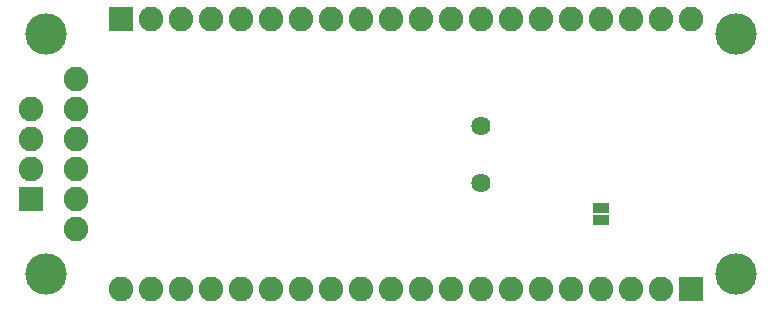
<source format=gbr>
G04 EAGLE Gerber RS-274X export*
G75*
%MOMM*%
%FSLAX34Y34*%
%LPD*%
%INSoldermask Bottom*%
%IPPOS*%
%AMOC8*
5,1,8,0,0,1.08239X$1,22.5*%
G01*
%ADD10C,1.625600*%
%ADD11R,1.473200X0.838200*%
%ADD12R,2.082800X2.082800*%
%ADD13C,2.082800*%
%ADD14C,3.505200*%


D10*
X393700Y102870D03*
X393700Y151130D03*
D11*
X495300Y81280D03*
X495300Y71120D03*
D12*
X12700Y88900D03*
D13*
X12700Y114300D03*
X12700Y139700D03*
X12700Y165100D03*
D12*
X571500Y12700D03*
D13*
X546100Y12700D03*
X520700Y12700D03*
X495300Y12700D03*
X469900Y12700D03*
X444500Y12700D03*
X419100Y12700D03*
X393700Y12700D03*
X368300Y12700D03*
X342900Y12700D03*
X317500Y12700D03*
X292100Y12700D03*
X266700Y12700D03*
X241300Y12700D03*
X215900Y12700D03*
X190500Y12700D03*
X165100Y12700D03*
X139700Y12700D03*
X114300Y12700D03*
X88900Y12700D03*
D12*
X88900Y241300D03*
D13*
X114300Y241300D03*
X139700Y241300D03*
X165100Y241300D03*
X190500Y241300D03*
X215900Y241300D03*
X241300Y241300D03*
X266700Y241300D03*
X292100Y241300D03*
X317500Y241300D03*
X342900Y241300D03*
X368300Y241300D03*
X393700Y241300D03*
X419100Y241300D03*
X444500Y241300D03*
X469900Y241300D03*
X495300Y241300D03*
X520700Y241300D03*
X546100Y241300D03*
X571500Y241300D03*
X50800Y190500D03*
X50800Y165100D03*
X50800Y139700D03*
X50800Y114300D03*
X50800Y88900D03*
X50800Y63500D03*
D14*
X609600Y228600D03*
X609600Y25400D03*
X25400Y25400D03*
X25400Y228600D03*
M02*

</source>
